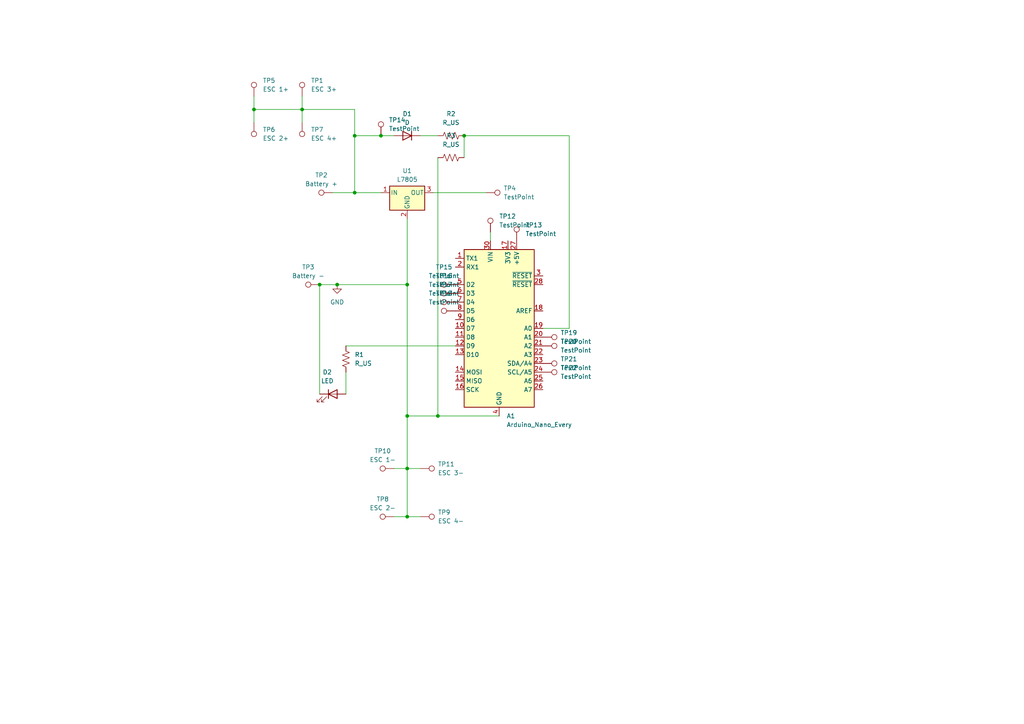
<source format=kicad_sch>
(kicad_sch
	(version 20250114)
	(generator "eeschema")
	(generator_version "9.0")
	(uuid "7c3279d3-842b-447a-90c9-b09c1a84fdd0")
	(paper "A4")
	(lib_symbols
		(symbol "Connector:TestPoint"
			(pin_numbers
				(hide yes)
			)
			(pin_names
				(offset 0.762)
				(hide yes)
			)
			(exclude_from_sim no)
			(in_bom yes)
			(on_board yes)
			(property "Reference" "TP"
				(at 0 6.858 0)
				(effects
					(font
						(size 1.27 1.27)
					)
				)
			)
			(property "Value" "TestPoint"
				(at 0 5.08 0)
				(effects
					(font
						(size 1.27 1.27)
					)
				)
			)
			(property "Footprint" ""
				(at 5.08 0 0)
				(effects
					(font
						(size 1.27 1.27)
					)
					(hide yes)
				)
			)
			(property "Datasheet" "~"
				(at 5.08 0 0)
				(effects
					(font
						(size 1.27 1.27)
					)
					(hide yes)
				)
			)
			(property "Description" "test point"
				(at 0 0 0)
				(effects
					(font
						(size 1.27 1.27)
					)
					(hide yes)
				)
			)
			(property "ki_keywords" "test point tp"
				(at 0 0 0)
				(effects
					(font
						(size 1.27 1.27)
					)
					(hide yes)
				)
			)
			(property "ki_fp_filters" "Pin* Test*"
				(at 0 0 0)
				(effects
					(font
						(size 1.27 1.27)
					)
					(hide yes)
				)
			)
			(symbol "TestPoint_0_1"
				(circle
					(center 0 3.302)
					(radius 0.762)
					(stroke
						(width 0)
						(type default)
					)
					(fill
						(type none)
					)
				)
			)
			(symbol "TestPoint_1_1"
				(pin passive line
					(at 0 0 90)
					(length 2.54)
					(name "1"
						(effects
							(font
								(size 1.27 1.27)
							)
						)
					)
					(number "1"
						(effects
							(font
								(size 1.27 1.27)
							)
						)
					)
				)
			)
			(embedded_fonts no)
		)
		(symbol "Device:D"
			(pin_numbers
				(hide yes)
			)
			(pin_names
				(offset 1.016)
				(hide yes)
			)
			(exclude_from_sim no)
			(in_bom yes)
			(on_board yes)
			(property "Reference" "D"
				(at 0 2.54 0)
				(effects
					(font
						(size 1.27 1.27)
					)
				)
			)
			(property "Value" "D"
				(at 0 -2.54 0)
				(effects
					(font
						(size 1.27 1.27)
					)
				)
			)
			(property "Footprint" ""
				(at 0 0 0)
				(effects
					(font
						(size 1.27 1.27)
					)
					(hide yes)
				)
			)
			(property "Datasheet" "~"
				(at 0 0 0)
				(effects
					(font
						(size 1.27 1.27)
					)
					(hide yes)
				)
			)
			(property "Description" "Diode"
				(at 0 0 0)
				(effects
					(font
						(size 1.27 1.27)
					)
					(hide yes)
				)
			)
			(property "Sim.Device" "D"
				(at 0 0 0)
				(effects
					(font
						(size 1.27 1.27)
					)
					(hide yes)
				)
			)
			(property "Sim.Pins" "1=K 2=A"
				(at 0 0 0)
				(effects
					(font
						(size 1.27 1.27)
					)
					(hide yes)
				)
			)
			(property "ki_keywords" "diode"
				(at 0 0 0)
				(effects
					(font
						(size 1.27 1.27)
					)
					(hide yes)
				)
			)
			(property "ki_fp_filters" "TO-???* *_Diode_* *SingleDiode* D_*"
				(at 0 0 0)
				(effects
					(font
						(size 1.27 1.27)
					)
					(hide yes)
				)
			)
			(symbol "D_0_1"
				(polyline
					(pts
						(xy -1.27 1.27) (xy -1.27 -1.27)
					)
					(stroke
						(width 0.254)
						(type default)
					)
					(fill
						(type none)
					)
				)
				(polyline
					(pts
						(xy 1.27 1.27) (xy 1.27 -1.27) (xy -1.27 0) (xy 1.27 1.27)
					)
					(stroke
						(width 0.254)
						(type default)
					)
					(fill
						(type none)
					)
				)
				(polyline
					(pts
						(xy 1.27 0) (xy -1.27 0)
					)
					(stroke
						(width 0)
						(type default)
					)
					(fill
						(type none)
					)
				)
			)
			(symbol "D_1_1"
				(pin passive line
					(at -3.81 0 0)
					(length 2.54)
					(name "K"
						(effects
							(font
								(size 1.27 1.27)
							)
						)
					)
					(number "1"
						(effects
							(font
								(size 1.27 1.27)
							)
						)
					)
				)
				(pin passive line
					(at 3.81 0 180)
					(length 2.54)
					(name "A"
						(effects
							(font
								(size 1.27 1.27)
							)
						)
					)
					(number "2"
						(effects
							(font
								(size 1.27 1.27)
							)
						)
					)
				)
			)
			(embedded_fonts no)
		)
		(symbol "Device:LED"
			(pin_numbers
				(hide yes)
			)
			(pin_names
				(offset 1.016)
				(hide yes)
			)
			(exclude_from_sim no)
			(in_bom yes)
			(on_board yes)
			(property "Reference" "D"
				(at 0 2.54 0)
				(effects
					(font
						(size 1.27 1.27)
					)
				)
			)
			(property "Value" "LED"
				(at 0 -2.54 0)
				(effects
					(font
						(size 1.27 1.27)
					)
				)
			)
			(property "Footprint" ""
				(at 0 0 0)
				(effects
					(font
						(size 1.27 1.27)
					)
					(hide yes)
				)
			)
			(property "Datasheet" "~"
				(at 0 0 0)
				(effects
					(font
						(size 1.27 1.27)
					)
					(hide yes)
				)
			)
			(property "Description" "Light emitting diode"
				(at 0 0 0)
				(effects
					(font
						(size 1.27 1.27)
					)
					(hide yes)
				)
			)
			(property "Sim.Pins" "1=K 2=A"
				(at 0 0 0)
				(effects
					(font
						(size 1.27 1.27)
					)
					(hide yes)
				)
			)
			(property "ki_keywords" "LED diode"
				(at 0 0 0)
				(effects
					(font
						(size 1.27 1.27)
					)
					(hide yes)
				)
			)
			(property "ki_fp_filters" "LED* LED_SMD:* LED_THT:*"
				(at 0 0 0)
				(effects
					(font
						(size 1.27 1.27)
					)
					(hide yes)
				)
			)
			(symbol "LED_0_1"
				(polyline
					(pts
						(xy -3.048 -0.762) (xy -4.572 -2.286) (xy -3.81 -2.286) (xy -4.572 -2.286) (xy -4.572 -1.524)
					)
					(stroke
						(width 0)
						(type default)
					)
					(fill
						(type none)
					)
				)
				(polyline
					(pts
						(xy -1.778 -0.762) (xy -3.302 -2.286) (xy -2.54 -2.286) (xy -3.302 -2.286) (xy -3.302 -1.524)
					)
					(stroke
						(width 0)
						(type default)
					)
					(fill
						(type none)
					)
				)
				(polyline
					(pts
						(xy -1.27 0) (xy 1.27 0)
					)
					(stroke
						(width 0)
						(type default)
					)
					(fill
						(type none)
					)
				)
				(polyline
					(pts
						(xy -1.27 -1.27) (xy -1.27 1.27)
					)
					(stroke
						(width 0.254)
						(type default)
					)
					(fill
						(type none)
					)
				)
				(polyline
					(pts
						(xy 1.27 -1.27) (xy 1.27 1.27) (xy -1.27 0) (xy 1.27 -1.27)
					)
					(stroke
						(width 0.254)
						(type default)
					)
					(fill
						(type none)
					)
				)
			)
			(symbol "LED_1_1"
				(pin passive line
					(at -3.81 0 0)
					(length 2.54)
					(name "K"
						(effects
							(font
								(size 1.27 1.27)
							)
						)
					)
					(number "1"
						(effects
							(font
								(size 1.27 1.27)
							)
						)
					)
				)
				(pin passive line
					(at 3.81 0 180)
					(length 2.54)
					(name "A"
						(effects
							(font
								(size 1.27 1.27)
							)
						)
					)
					(number "2"
						(effects
							(font
								(size 1.27 1.27)
							)
						)
					)
				)
			)
			(embedded_fonts no)
		)
		(symbol "Device:R_US"
			(pin_numbers
				(hide yes)
			)
			(pin_names
				(offset 0)
			)
			(exclude_from_sim no)
			(in_bom yes)
			(on_board yes)
			(property "Reference" "R"
				(at 2.54 0 90)
				(effects
					(font
						(size 1.27 1.27)
					)
				)
			)
			(property "Value" "R_US"
				(at -2.54 0 90)
				(effects
					(font
						(size 1.27 1.27)
					)
				)
			)
			(property "Footprint" ""
				(at 1.016 -0.254 90)
				(effects
					(font
						(size 1.27 1.27)
					)
					(hide yes)
				)
			)
			(property "Datasheet" "~"
				(at 0 0 0)
				(effects
					(font
						(size 1.27 1.27)
					)
					(hide yes)
				)
			)
			(property "Description" "Resistor, US symbol"
				(at 0 0 0)
				(effects
					(font
						(size 1.27 1.27)
					)
					(hide yes)
				)
			)
			(property "ki_keywords" "R res resistor"
				(at 0 0 0)
				(effects
					(font
						(size 1.27 1.27)
					)
					(hide yes)
				)
			)
			(property "ki_fp_filters" "R_*"
				(at 0 0 0)
				(effects
					(font
						(size 1.27 1.27)
					)
					(hide yes)
				)
			)
			(symbol "R_US_0_1"
				(polyline
					(pts
						(xy 0 2.286) (xy 0 2.54)
					)
					(stroke
						(width 0)
						(type default)
					)
					(fill
						(type none)
					)
				)
				(polyline
					(pts
						(xy 0 2.286) (xy 1.016 1.905) (xy 0 1.524) (xy -1.016 1.143) (xy 0 0.762)
					)
					(stroke
						(width 0)
						(type default)
					)
					(fill
						(type none)
					)
				)
				(polyline
					(pts
						(xy 0 0.762) (xy 1.016 0.381) (xy 0 0) (xy -1.016 -0.381) (xy 0 -0.762)
					)
					(stroke
						(width 0)
						(type default)
					)
					(fill
						(type none)
					)
				)
				(polyline
					(pts
						(xy 0 -0.762) (xy 1.016 -1.143) (xy 0 -1.524) (xy -1.016 -1.905) (xy 0 -2.286)
					)
					(stroke
						(width 0)
						(type default)
					)
					(fill
						(type none)
					)
				)
				(polyline
					(pts
						(xy 0 -2.286) (xy 0 -2.54)
					)
					(stroke
						(width 0)
						(type default)
					)
					(fill
						(type none)
					)
				)
			)
			(symbol "R_US_1_1"
				(pin passive line
					(at 0 3.81 270)
					(length 1.27)
					(name "~"
						(effects
							(font
								(size 1.27 1.27)
							)
						)
					)
					(number "1"
						(effects
							(font
								(size 1.27 1.27)
							)
						)
					)
				)
				(pin passive line
					(at 0 -3.81 90)
					(length 1.27)
					(name "~"
						(effects
							(font
								(size 1.27 1.27)
							)
						)
					)
					(number "2"
						(effects
							(font
								(size 1.27 1.27)
							)
						)
					)
				)
			)
			(embedded_fonts no)
		)
		(symbol "MCU_Module:Arduino_Nano_Every"
			(exclude_from_sim no)
			(in_bom yes)
			(on_board yes)
			(property "Reference" "A"
				(at -10.16 23.495 0)
				(effects
					(font
						(size 1.27 1.27)
					)
					(justify left bottom)
				)
			)
			(property "Value" "Arduino_Nano_Every"
				(at 5.08 -24.13 0)
				(effects
					(font
						(size 1.27 1.27)
					)
					(justify left top)
				)
			)
			(property "Footprint" "Module:Arduino_Nano"
				(at 0 0 0)
				(effects
					(font
						(size 1.27 1.27)
						(italic yes)
					)
					(hide yes)
				)
			)
			(property "Datasheet" "https://content.arduino.cc/assets/NANOEveryV3.0_sch.pdf"
				(at 0 0 0)
				(effects
					(font
						(size 1.27 1.27)
					)
					(hide yes)
				)
			)
			(property "Description" "Arduino Nano Every"
				(at 0 0 0)
				(effects
					(font
						(size 1.27 1.27)
					)
					(hide yes)
				)
			)
			(property "ki_keywords" "Arduino nano microcontroller module USB UPDI AATMega4809 AVR"
				(at 0 0 0)
				(effects
					(font
						(size 1.27 1.27)
					)
					(hide yes)
				)
			)
			(property "ki_fp_filters" "Arduino*Nano*"
				(at 0 0 0)
				(effects
					(font
						(size 1.27 1.27)
					)
					(hide yes)
				)
			)
			(symbol "Arduino_Nano_Every_0_1"
				(rectangle
					(start -10.16 22.86)
					(end 10.16 -22.86)
					(stroke
						(width 0.254)
						(type default)
					)
					(fill
						(type background)
					)
				)
			)
			(symbol "Arduino_Nano_Every_1_1"
				(pin bidirectional line
					(at -12.7 20.32 0)
					(length 2.54)
					(name "TX1"
						(effects
							(font
								(size 1.27 1.27)
							)
						)
					)
					(number "1"
						(effects
							(font
								(size 1.27 1.27)
							)
						)
					)
				)
				(pin bidirectional line
					(at -12.7 17.78 0)
					(length 2.54)
					(name "RX1"
						(effects
							(font
								(size 1.27 1.27)
							)
						)
					)
					(number "2"
						(effects
							(font
								(size 1.27 1.27)
							)
						)
					)
				)
				(pin bidirectional line
					(at -12.7 12.7 0)
					(length 2.54)
					(name "D2"
						(effects
							(font
								(size 1.27 1.27)
							)
						)
					)
					(number "5"
						(effects
							(font
								(size 1.27 1.27)
							)
						)
					)
				)
				(pin bidirectional line
					(at -12.7 10.16 0)
					(length 2.54)
					(name "D3"
						(effects
							(font
								(size 1.27 1.27)
							)
						)
					)
					(number "6"
						(effects
							(font
								(size 1.27 1.27)
							)
						)
					)
				)
				(pin bidirectional line
					(at -12.7 7.62 0)
					(length 2.54)
					(name "D4"
						(effects
							(font
								(size 1.27 1.27)
							)
						)
					)
					(number "7"
						(effects
							(font
								(size 1.27 1.27)
							)
						)
					)
				)
				(pin bidirectional line
					(at -12.7 5.08 0)
					(length 2.54)
					(name "D5"
						(effects
							(font
								(size 1.27 1.27)
							)
						)
					)
					(number "8"
						(effects
							(font
								(size 1.27 1.27)
							)
						)
					)
				)
				(pin bidirectional line
					(at -12.7 2.54 0)
					(length 2.54)
					(name "D6"
						(effects
							(font
								(size 1.27 1.27)
							)
						)
					)
					(number "9"
						(effects
							(font
								(size 1.27 1.27)
							)
						)
					)
				)
				(pin bidirectional line
					(at -12.7 0 0)
					(length 2.54)
					(name "D7"
						(effects
							(font
								(size 1.27 1.27)
							)
						)
					)
					(number "10"
						(effects
							(font
								(size 1.27 1.27)
							)
						)
					)
				)
				(pin bidirectional line
					(at -12.7 -2.54 0)
					(length 2.54)
					(name "D8"
						(effects
							(font
								(size 1.27 1.27)
							)
						)
					)
					(number "11"
						(effects
							(font
								(size 1.27 1.27)
							)
						)
					)
				)
				(pin bidirectional line
					(at -12.7 -5.08 0)
					(length 2.54)
					(name "D9"
						(effects
							(font
								(size 1.27 1.27)
							)
						)
					)
					(number "12"
						(effects
							(font
								(size 1.27 1.27)
							)
						)
					)
				)
				(pin bidirectional line
					(at -12.7 -7.62 0)
					(length 2.54)
					(name "D10"
						(effects
							(font
								(size 1.27 1.27)
							)
						)
					)
					(number "13"
						(effects
							(font
								(size 1.27 1.27)
							)
						)
					)
				)
				(pin bidirectional line
					(at -12.7 -12.7 0)
					(length 2.54)
					(name "MOSI"
						(effects
							(font
								(size 1.27 1.27)
							)
						)
					)
					(number "14"
						(effects
							(font
								(size 1.27 1.27)
							)
						)
					)
				)
				(pin bidirectional line
					(at -12.7 -15.24 0)
					(length 2.54)
					(name "MISO"
						(effects
							(font
								(size 1.27 1.27)
							)
						)
					)
					(number "15"
						(effects
							(font
								(size 1.27 1.27)
							)
						)
					)
				)
				(pin bidirectional line
					(at -12.7 -17.78 0)
					(length 2.54)
					(name "SCK"
						(effects
							(font
								(size 1.27 1.27)
							)
						)
					)
					(number "16"
						(effects
							(font
								(size 1.27 1.27)
							)
						)
					)
				)
				(pin power_in line
					(at -2.54 25.4 270)
					(length 2.54)
					(name "VIN"
						(effects
							(font
								(size 1.27 1.27)
							)
						)
					)
					(number "30"
						(effects
							(font
								(size 1.27 1.27)
							)
						)
					)
				)
				(pin passive line
					(at 0 -25.4 90)
					(length 2.54)
					(hide yes)
					(name "GND"
						(effects
							(font
								(size 1.27 1.27)
							)
						)
					)
					(number "29"
						(effects
							(font
								(size 1.27 1.27)
							)
						)
					)
				)
				(pin power_in line
					(at 0 -25.4 90)
					(length 2.54)
					(name "GND"
						(effects
							(font
								(size 1.27 1.27)
							)
						)
					)
					(number "4"
						(effects
							(font
								(size 1.27 1.27)
							)
						)
					)
				)
				(pin power_out line
					(at 2.54 25.4 270)
					(length 2.54)
					(name "3V3"
						(effects
							(font
								(size 1.27 1.27)
							)
						)
					)
					(number "17"
						(effects
							(font
								(size 1.27 1.27)
							)
						)
					)
				)
				(pin power_out line
					(at 5.08 25.4 270)
					(length 2.54)
					(name "+5V"
						(effects
							(font
								(size 1.27 1.27)
							)
						)
					)
					(number "27"
						(effects
							(font
								(size 1.27 1.27)
							)
						)
					)
				)
				(pin input line
					(at 12.7 15.24 180)
					(length 2.54)
					(name "~{RESET}"
						(effects
							(font
								(size 1.27 1.27)
							)
						)
					)
					(number "3"
						(effects
							(font
								(size 1.27 1.27)
							)
						)
					)
				)
				(pin input line
					(at 12.7 12.7 180)
					(length 2.54)
					(name "~{RESET}"
						(effects
							(font
								(size 1.27 1.27)
							)
						)
					)
					(number "28"
						(effects
							(font
								(size 1.27 1.27)
							)
						)
					)
				)
				(pin input line
					(at 12.7 5.08 180)
					(length 2.54)
					(name "AREF"
						(effects
							(font
								(size 1.27 1.27)
							)
						)
					)
					(number "18"
						(effects
							(font
								(size 1.27 1.27)
							)
						)
					)
				)
				(pin bidirectional line
					(at 12.7 0 180)
					(length 2.54)
					(name "A0"
						(effects
							(font
								(size 1.27 1.27)
							)
						)
					)
					(number "19"
						(effects
							(font
								(size 1.27 1.27)
							)
						)
					)
				)
				(pin bidirectional line
					(at 12.7 -2.54 180)
					(length 2.54)
					(name "A1"
						(effects
							(font
								(size 1.27 1.27)
							)
						)
					)
					(number "20"
						(effects
							(font
								(size 1.27 1.27)
							)
						)
					)
				)
				(pin bidirectional line
					(at 12.7 -5.08 180)
					(length 2.54)
					(name "A2"
						(effects
							(font
								(size 1.27 1.27)
							)
						)
					)
					(number "21"
						(effects
							(font
								(size 1.27 1.27)
							)
						)
					)
				)
				(pin bidirectional line
					(at 12.7 -7.62 180)
					(length 2.54)
					(name "A3"
						(effects
							(font
								(size 1.27 1.27)
							)
						)
					)
					(number "22"
						(effects
							(font
								(size 1.27 1.27)
							)
						)
					)
				)
				(pin bidirectional line
					(at 12.7 -10.16 180)
					(length 2.54)
					(name "SDA/A4"
						(effects
							(font
								(size 1.27 1.27)
							)
						)
					)
					(number "23"
						(effects
							(font
								(size 1.27 1.27)
							)
						)
					)
				)
				(pin bidirectional line
					(at 12.7 -12.7 180)
					(length 2.54)
					(name "SCL/A5"
						(effects
							(font
								(size 1.27 1.27)
							)
						)
					)
					(number "24"
						(effects
							(font
								(size 1.27 1.27)
							)
						)
					)
				)
				(pin bidirectional line
					(at 12.7 -15.24 180)
					(length 2.54)
					(name "A6"
						(effects
							(font
								(size 1.27 1.27)
							)
						)
					)
					(number "25"
						(effects
							(font
								(size 1.27 1.27)
							)
						)
					)
				)
				(pin bidirectional line
					(at 12.7 -17.78 180)
					(length 2.54)
					(name "A7"
						(effects
							(font
								(size 1.27 1.27)
							)
						)
					)
					(number "26"
						(effects
							(font
								(size 1.27 1.27)
							)
						)
					)
				)
			)
			(embedded_fonts no)
		)
		(symbol "Regulator_Linear:L7805"
			(pin_names
				(offset 0.254)
			)
			(exclude_from_sim no)
			(in_bom yes)
			(on_board yes)
			(property "Reference" "U"
				(at -3.81 3.175 0)
				(effects
					(font
						(size 1.27 1.27)
					)
				)
			)
			(property "Value" "L7805"
				(at 0 3.175 0)
				(effects
					(font
						(size 1.27 1.27)
					)
					(justify left)
				)
			)
			(property "Footprint" ""
				(at 0.635 -3.81 0)
				(effects
					(font
						(size 1.27 1.27)
						(italic yes)
					)
					(justify left)
					(hide yes)
				)
			)
			(property "Datasheet" "http://www.st.com/content/ccc/resource/technical/document/datasheet/41/4f/b3/b0/12/d4/47/88/CD00000444.pdf/files/CD00000444.pdf/jcr:content/translations/en.CD00000444.pdf"
				(at 0 -1.27 0)
				(effects
					(font
						(size 1.27 1.27)
					)
					(hide yes)
				)
			)
			(property "Description" "Positive 1.5A 35V Linear Regulator, Fixed Output 5V, TO-220/TO-263/TO-252"
				(at 0 0 0)
				(effects
					(font
						(size 1.27 1.27)
					)
					(hide yes)
				)
			)
			(property "ki_keywords" "Voltage Regulator 1.5A Positive"
				(at 0 0 0)
				(effects
					(font
						(size 1.27 1.27)
					)
					(hide yes)
				)
			)
			(property "ki_fp_filters" "TO?252* TO?263* TO?220*"
				(at 0 0 0)
				(effects
					(font
						(size 1.27 1.27)
					)
					(hide yes)
				)
			)
			(symbol "L7805_0_1"
				(rectangle
					(start -5.08 1.905)
					(end 5.08 -5.08)
					(stroke
						(width 0.254)
						(type default)
					)
					(fill
						(type background)
					)
				)
			)
			(symbol "L7805_1_1"
				(pin power_in line
					(at -7.62 0 0)
					(length 2.54)
					(name "IN"
						(effects
							(font
								(size 1.27 1.27)
							)
						)
					)
					(number "1"
						(effects
							(font
								(size 1.27 1.27)
							)
						)
					)
				)
				(pin power_in line
					(at 0 -7.62 90)
					(length 2.54)
					(name "GND"
						(effects
							(font
								(size 1.27 1.27)
							)
						)
					)
					(number "2"
						(effects
							(font
								(size 1.27 1.27)
							)
						)
					)
				)
				(pin power_out line
					(at 7.62 0 180)
					(length 2.54)
					(name "OUT"
						(effects
							(font
								(size 1.27 1.27)
							)
						)
					)
					(number "3"
						(effects
							(font
								(size 1.27 1.27)
							)
						)
					)
				)
			)
			(embedded_fonts no)
		)
		(symbol "power:GND"
			(power)
			(pin_numbers
				(hide yes)
			)
			(pin_names
				(offset 0)
				(hide yes)
			)
			(exclude_from_sim no)
			(in_bom yes)
			(on_board yes)
			(property "Reference" "#PWR"
				(at 0 -6.35 0)
				(effects
					(font
						(size 1.27 1.27)
					)
					(hide yes)
				)
			)
			(property "Value" "GND"
				(at 0 -3.81 0)
				(effects
					(font
						(size 1.27 1.27)
					)
				)
			)
			(property "Footprint" ""
				(at 0 0 0)
				(effects
					(font
						(size 1.27 1.27)
					)
					(hide yes)
				)
			)
			(property "Datasheet" ""
				(at 0 0 0)
				(effects
					(font
						(size 1.27 1.27)
					)
					(hide yes)
				)
			)
			(property "Description" "Power symbol creates a global label with name \"GND\" , ground"
				(at 0 0 0)
				(effects
					(font
						(size 1.27 1.27)
					)
					(hide yes)
				)
			)
			(property "ki_keywords" "global power"
				(at 0 0 0)
				(effects
					(font
						(size 1.27 1.27)
					)
					(hide yes)
				)
			)
			(symbol "GND_0_1"
				(polyline
					(pts
						(xy 0 0) (xy 0 -1.27) (xy 1.27 -1.27) (xy 0 -2.54) (xy -1.27 -1.27) (xy 0 -1.27)
					)
					(stroke
						(width 0)
						(type default)
					)
					(fill
						(type none)
					)
				)
			)
			(symbol "GND_1_1"
				(pin power_in line
					(at 0 0 270)
					(length 0)
					(name "~"
						(effects
							(font
								(size 1.27 1.27)
							)
						)
					)
					(number "1"
						(effects
							(font
								(size 1.27 1.27)
							)
						)
					)
				)
			)
			(embedded_fonts no)
		)
	)
	(junction
		(at 118.11 135.89)
		(diameter 0)
		(color 0 0 0 0)
		(uuid "12f4ae31-a5a9-4fbb-9741-77e448aa9e8f")
	)
	(junction
		(at 118.11 120.65)
		(diameter 0)
		(color 0 0 0 0)
		(uuid "265ab02a-c4d5-4e2f-ae09-a91e95aa37e8")
	)
	(junction
		(at 87.63 31.75)
		(diameter 0)
		(color 0 0 0 0)
		(uuid "3bcdb567-4544-423c-b50f-8ccad17af46b")
	)
	(junction
		(at 73.66 31.75)
		(diameter 0)
		(color 0 0 0 0)
		(uuid "5ed39262-4272-42c9-89f1-cbdfe620560e")
	)
	(junction
		(at 134.62 39.37)
		(diameter 0)
		(color 0 0 0 0)
		(uuid "5f3bbd53-5ee9-4349-bcb6-d84389f86c6c")
	)
	(junction
		(at 118.11 82.55)
		(diameter 0)
		(color 0 0 0 0)
		(uuid "97ed3541-34f9-4cd9-a0b5-f62d28908795")
	)
	(junction
		(at 92.71 82.55)
		(diameter 0)
		(color 0 0 0 0)
		(uuid "a2478a0d-5c01-464e-9d78-da38b8bf2fb0")
	)
	(junction
		(at 102.87 55.88)
		(diameter 0)
		(color 0 0 0 0)
		(uuid "bca16f36-d316-4632-aa20-17fbb52d8e98")
	)
	(junction
		(at 110.49 39.37)
		(diameter 0)
		(color 0 0 0 0)
		(uuid "d8e567c7-9525-44e9-b382-969e9c09c61a")
	)
	(junction
		(at 127 120.65)
		(diameter 0)
		(color 0 0 0 0)
		(uuid "d92f40b9-ee33-4d5b-9523-2e00cfa45ac7")
	)
	(junction
		(at 97.79 82.55)
		(diameter 0)
		(color 0 0 0 0)
		(uuid "d93a09cf-6732-4238-8c29-31017c62af58")
	)
	(junction
		(at 102.87 39.37)
		(diameter 0)
		(color 0 0 0 0)
		(uuid "dda8bb6e-4ae4-426e-9466-ad8a34e1b801")
	)
	(junction
		(at 118.11 149.86)
		(diameter 0)
		(color 0 0 0 0)
		(uuid "f6455199-ee79-4782-b150-d61da2d21d7b")
	)
	(wire
		(pts
			(xy 92.71 82.55) (xy 92.71 114.3)
		)
		(stroke
			(width 0)
			(type default)
		)
		(uuid "06700b4f-98a6-4679-8cdf-c8602adc4dd0")
	)
	(wire
		(pts
			(xy 121.92 149.86) (xy 118.11 149.86)
		)
		(stroke
			(width 0)
			(type default)
		)
		(uuid "0dbe1960-e0ea-4b16-8136-0f067eef6717")
	)
	(wire
		(pts
			(xy 114.3 135.89) (xy 118.11 135.89)
		)
		(stroke
			(width 0)
			(type default)
		)
		(uuid "0fb86bbe-92ce-41e5-a821-cb7677e4dc17")
	)
	(wire
		(pts
			(xy 102.87 39.37) (xy 102.87 55.88)
		)
		(stroke
			(width 0)
			(type default)
		)
		(uuid "115b15ca-1256-4d84-abed-7e0b882d3325")
	)
	(wire
		(pts
			(xy 87.63 31.75) (xy 102.87 31.75)
		)
		(stroke
			(width 0)
			(type default)
		)
		(uuid "262d8c52-c9f9-49e4-8f75-7dfdcf227b4f")
	)
	(wire
		(pts
			(xy 118.11 82.55) (xy 118.11 120.65)
		)
		(stroke
			(width 0)
			(type default)
		)
		(uuid "2b1957b8-4719-4a65-8317-2a214d775b08")
	)
	(wire
		(pts
			(xy 114.3 39.37) (xy 110.49 39.37)
		)
		(stroke
			(width 0)
			(type default)
		)
		(uuid "3fff233e-d555-4e06-b4a3-a798f03bf127")
	)
	(wire
		(pts
			(xy 134.62 39.37) (xy 165.1 39.37)
		)
		(stroke
			(width 0)
			(type default)
		)
		(uuid "413b2019-701f-4abc-bc60-b712e1d8700f")
	)
	(wire
		(pts
			(xy 118.11 63.5) (xy 118.11 82.55)
		)
		(stroke
			(width 0)
			(type default)
		)
		(uuid "468e4b32-f68b-408b-8758-caedce02ed09")
	)
	(wire
		(pts
			(xy 121.92 135.89) (xy 118.11 135.89)
		)
		(stroke
			(width 0)
			(type default)
		)
		(uuid "64ef83d1-5a32-43dc-9045-25f8b4a48440")
	)
	(wire
		(pts
			(xy 87.63 35.56) (xy 87.63 31.75)
		)
		(stroke
			(width 0)
			(type default)
		)
		(uuid "6bb1f393-de61-4b27-b3fc-227f8b229fca")
	)
	(wire
		(pts
			(xy 110.49 39.37) (xy 102.87 39.37)
		)
		(stroke
			(width 0)
			(type default)
		)
		(uuid "728f23d1-4682-44dd-8fbe-784af13e8168")
	)
	(wire
		(pts
			(xy 118.11 120.65) (xy 127 120.65)
		)
		(stroke
			(width 0)
			(type default)
		)
		(uuid "7759f35d-5bd4-46d9-9cc7-da688d49dbfa")
	)
	(wire
		(pts
			(xy 125.73 55.88) (xy 140.97 55.88)
		)
		(stroke
			(width 0)
			(type default)
		)
		(uuid "857efdb4-213a-46de-9c44-4070c05b767e")
	)
	(wire
		(pts
			(xy 102.87 55.88) (xy 110.49 55.88)
		)
		(stroke
			(width 0)
			(type default)
		)
		(uuid "86135159-8397-4814-8ae0-f4eb246e5069")
	)
	(wire
		(pts
			(xy 73.66 35.56) (xy 73.66 31.75)
		)
		(stroke
			(width 0)
			(type default)
		)
		(uuid "8643f1ea-402a-423c-bee7-a448bffc11ab")
	)
	(wire
		(pts
			(xy 96.52 55.88) (xy 102.87 55.88)
		)
		(stroke
			(width 0)
			(type default)
		)
		(uuid "8da21cd3-7a34-4d99-a292-553f2d4c8e6a")
	)
	(wire
		(pts
			(xy 127 120.65) (xy 144.78 120.65)
		)
		(stroke
			(width 0)
			(type default)
		)
		(uuid "9aea7892-016b-466c-9db3-76207d620bde")
	)
	(wire
		(pts
			(xy 165.1 95.25) (xy 157.48 95.25)
		)
		(stroke
			(width 0)
			(type default)
		)
		(uuid "a651b688-5e32-415a-8eff-2f35ba018d72")
	)
	(wire
		(pts
			(xy 114.3 149.86) (xy 118.11 149.86)
		)
		(stroke
			(width 0)
			(type default)
		)
		(uuid "a6c43bca-14ff-4a58-83ad-59c3ac550138")
	)
	(wire
		(pts
			(xy 118.11 149.86) (xy 118.11 135.89)
		)
		(stroke
			(width 0)
			(type default)
		)
		(uuid "a99808e2-a9ff-4e03-91be-00f4de242841")
	)
	(wire
		(pts
			(xy 134.62 39.37) (xy 134.62 45.72)
		)
		(stroke
			(width 0)
			(type default)
		)
		(uuid "aa23b2ab-1550-4b37-b1a1-ed6586f02539")
	)
	(wire
		(pts
			(xy 100.33 107.95) (xy 100.33 114.3)
		)
		(stroke
			(width 0)
			(type default)
		)
		(uuid "b5edbec0-95e8-491e-9e86-01510f056c89")
	)
	(wire
		(pts
			(xy 73.66 31.75) (xy 87.63 31.75)
		)
		(stroke
			(width 0)
			(type default)
		)
		(uuid "bebf314b-3c7b-4547-bd02-017d96d093e0")
	)
	(wire
		(pts
			(xy 92.71 82.55) (xy 97.79 82.55)
		)
		(stroke
			(width 0)
			(type default)
		)
		(uuid "c1b51bfa-c80d-45e5-b08b-2d59ae19501a")
	)
	(wire
		(pts
			(xy 100.33 100.33) (xy 132.08 100.33)
		)
		(stroke
			(width 0)
			(type default)
		)
		(uuid "c72f3938-da7f-4eb6-907a-dec23cdb022b")
	)
	(wire
		(pts
			(xy 87.63 27.94) (xy 87.63 31.75)
		)
		(stroke
			(width 0)
			(type default)
		)
		(uuid "d2465f2b-e3e0-449a-a4f2-44e8262a19a7")
	)
	(wire
		(pts
			(xy 73.66 27.94) (xy 73.66 31.75)
		)
		(stroke
			(width 0)
			(type default)
		)
		(uuid "d423d0c7-38e0-43de-8ee1-302feaf5005d")
	)
	(wire
		(pts
			(xy 142.24 69.85) (xy 142.24 67.31)
		)
		(stroke
			(width 0)
			(type default)
		)
		(uuid "de5ae0e8-6f3e-480f-a4d8-a5aedac9dae1")
	)
	(wire
		(pts
			(xy 127 45.72) (xy 127 120.65)
		)
		(stroke
			(width 0)
			(type default)
		)
		(uuid "e3ee2981-2156-451f-9044-3e696105c40e")
	)
	(wire
		(pts
			(xy 118.11 135.89) (xy 118.11 120.65)
		)
		(stroke
			(width 0)
			(type default)
		)
		(uuid "ecf0881c-bbac-428a-8496-fd7d9eabddf3")
	)
	(wire
		(pts
			(xy 127 39.37) (xy 121.92 39.37)
		)
		(stroke
			(width 0)
			(type default)
		)
		(uuid "edbbeec6-6b59-4251-95cc-afc74b95e7bd")
	)
	(wire
		(pts
			(xy 165.1 39.37) (xy 165.1 95.25)
		)
		(stroke
			(width 0)
			(type default)
		)
		(uuid "f046f0af-bedd-4f11-9cef-165193cfe35e")
	)
	(wire
		(pts
			(xy 102.87 31.75) (xy 102.87 39.37)
		)
		(stroke
			(width 0)
			(type default)
		)
		(uuid "f149e4db-9255-431f-8019-a07acfb6cafd")
	)
	(wire
		(pts
			(xy 97.79 82.55) (xy 118.11 82.55)
		)
		(stroke
			(width 0)
			(type default)
		)
		(uuid "ff20f962-5015-44cc-a756-0cc126f83aad")
	)
	(symbol
		(lib_id "Connector:TestPoint")
		(at 157.48 107.95 270)
		(unit 1)
		(exclude_from_sim no)
		(in_bom yes)
		(on_board yes)
		(dnp no)
		(fields_autoplaced yes)
		(uuid "0b212d81-0d91-4f0e-9e4c-a90d110fe65e")
		(property "Reference" "TP22"
			(at 162.56 106.6799 90)
			(effects
				(font
					(size 1.27 1.27)
				)
				(justify left)
			)
		)
		(property "Value" "TestPoint"
			(at 162.56 109.2199 90)
			(effects
				(font
					(size 1.27 1.27)
				)
				(justify left)
			)
		)
		(property "Footprint" "Connector_PinHeader_2.54mm:PinHeader_1x01_P2.54mm_Vertical"
			(at 157.48 113.03 0)
			(effects
				(font
					(size 1.27 1.27)
				)
				(hide yes)
			)
		)
		(property "Datasheet" "~"
			(at 157.48 113.03 0)
			(effects
				(font
					(size 1.27 1.27)
				)
				(hide yes)
			)
		)
		(property "Description" "test point"
			(at 157.48 107.95 0)
			(effects
				(font
					(size 1.27 1.27)
				)
				(hide yes)
			)
		)
		(pin "1"
			(uuid "fce68427-8450-4a29-ad38-b42cdb355ebe")
		)
		(instances
			(project "PDB434"
				(path "/7c3279d3-842b-447a-90c9-b09c1a84fdd0"
					(reference "TP22")
					(unit 1)
				)
			)
		)
	)
	(symbol
		(lib_id "MCU_Module:Arduino_Nano_Every")
		(at 144.78 95.25 0)
		(unit 1)
		(exclude_from_sim no)
		(in_bom yes)
		(on_board yes)
		(dnp no)
		(fields_autoplaced yes)
		(uuid "117c104e-e3a4-4067-b385-d0daf1c38786")
		(property "Reference" "A1"
			(at 146.9233 120.65 0)
			(effects
				(font
					(size 1.27 1.27)
				)
				(justify left)
			)
		)
		(property "Value" "Arduino_Nano_Every"
			(at 146.9233 123.19 0)
			(effects
				(font
					(size 1.27 1.27)
				)
				(justify left)
			)
		)
		(property "Footprint" "Module:Arduino_Nano"
			(at 144.78 95.25 0)
			(effects
				(font
					(size 1.27 1.27)
					(italic yes)
				)
				(hide yes)
			)
		)
		(property "Datasheet" "https://content.arduino.cc/assets/NANOEveryV3.0_sch.pdf"
			(at 144.78 95.25 0)
			(effects
				(font
					(size 1.27 1.27)
				)
				(hide yes)
			)
		)
		(property "Description" "Arduino Nano Every"
			(at 144.78 95.25 0)
			(effects
				(font
					(size 1.27 1.27)
				)
				(hide yes)
			)
		)
		(pin "21"
			(uuid "92bf6d98-4a37-4a46-a86c-7e517b03c15e")
		)
		(pin "12"
			(uuid "bbb182de-ad0c-4901-9e51-e20864cf0a93")
		)
		(pin "1"
			(uuid "706655dc-ffec-459e-85cf-807397262cc5")
		)
		(pin "13"
			(uuid "9b7f8b8b-43a0-499c-91b8-7cddb6ac7642")
		)
		(pin "4"
			(uuid "0c453747-c64f-44c5-a157-5d5042819efa")
		)
		(pin "27"
			(uuid "59ab5a31-2025-4871-a820-c5af3c92b81b")
		)
		(pin "6"
			(uuid "24eab112-5d83-40fb-8a59-a00bf46da981")
		)
		(pin "10"
			(uuid "18a71366-6c21-448f-85ce-467481754117")
		)
		(pin "5"
			(uuid "5e84889d-7365-4c8b-aec9-818045fa160c")
		)
		(pin "8"
			(uuid "9be4ec28-0786-43d8-8571-d5e45798ea64")
		)
		(pin "14"
			(uuid "a9d25d06-c838-4ee7-9e92-68a4a4784a47")
		)
		(pin "15"
			(uuid "fc0f66df-a582-4cce-b97d-883231cfb625")
		)
		(pin "11"
			(uuid "d088ef2b-de71-4ea3-9f37-d68f0efe993f")
		)
		(pin "30"
			(uuid "010faf3b-c94e-45e9-8321-14381bbbc5bc")
		)
		(pin "29"
			(uuid "ed2747ba-9461-4c86-9905-65364d1ff249")
		)
		(pin "2"
			(uuid "149e27ba-70d5-4e61-a85d-5b136e46a93b")
		)
		(pin "28"
			(uuid "1fbb9954-c885-4852-bf08-7324f66ed155")
		)
		(pin "7"
			(uuid "6e431bc3-769d-4927-b834-cba9d0371ea9")
		)
		(pin "17"
			(uuid "979f34fa-d782-40b6-8a9c-1677b8f0f658")
		)
		(pin "18"
			(uuid "59d05d7a-7dd6-4de8-a170-22196f76a4ce")
		)
		(pin "19"
			(uuid "aff542a9-6616-4795-9d94-353efcccd36c")
		)
		(pin "9"
			(uuid "0049cd1e-cdde-4676-a1a8-01fd29418713")
		)
		(pin "16"
			(uuid "da756625-3597-41cf-a7de-bf54a43e54c8")
		)
		(pin "3"
			(uuid "640300f4-eeff-40fe-8d50-8bfa78980f2d")
		)
		(pin "20"
			(uuid "dbba43bd-d57b-46e1-959f-e68bdf4d6f14")
		)
		(pin "22"
			(uuid "f83b4cef-c6cc-471d-8464-2a5cf71510c1")
		)
		(pin "23"
			(uuid "28c1f0d7-eed4-4bce-a78a-eea338b2b74a")
		)
		(pin "25"
			(uuid "4aa75d4d-5e21-47c6-ba76-0beda2c693ba")
		)
		(pin "26"
			(uuid "ce9de800-49bc-4176-8adf-2cadbca551e7")
		)
		(pin "24"
			(uuid "aefb1e43-854e-42d6-a468-e85a523ce567")
		)
		(instances
			(project ""
				(path "/7c3279d3-842b-447a-90c9-b09c1a84fdd0"
					(reference "A1")
					(unit 1)
				)
			)
		)
	)
	(symbol
		(lib_id "Device:D")
		(at 118.11 39.37 180)
		(unit 1)
		(exclude_from_sim no)
		(in_bom yes)
		(on_board yes)
		(dnp no)
		(fields_autoplaced yes)
		(uuid "1598fec9-39da-432a-9a94-84190b623a8e")
		(property "Reference" "D1"
			(at 118.11 33.02 0)
			(effects
				(font
					(size 1.27 1.27)
				)
			)
		)
		(property "Value" "D"
			(at 118.11 35.56 0)
			(effects
				(font
					(size 1.27 1.27)
				)
			)
		)
		(property "Footprint" "Diode_THT:D_5W_P12.70mm_Horizontal"
			(at 118.11 39.37 0)
			(effects
				(font
					(size 1.27 1.27)
				)
				(hide yes)
			)
		)
		(property "Datasheet" "~"
			(at 118.11 39.37 0)
			(effects
				(font
					(size 1.27 1.27)
				)
				(hide yes)
			)
		)
		(property "Description" "Diode"
			(at 118.11 39.37 0)
			(effects
				(font
					(size 1.27 1.27)
				)
				(hide yes)
			)
		)
		(property "Sim.Device" "D"
			(at 118.11 39.37 0)
			(effects
				(font
					(size 1.27 1.27)
				)
				(hide yes)
			)
		)
		(property "Sim.Pins" "1=K 2=A"
			(at 118.11 39.37 0)
			(effects
				(font
					(size 1.27 1.27)
				)
				(hide yes)
			)
		)
		(pin "2"
			(uuid "9e2c877c-238a-4768-a1f7-631805f7b9aa")
		)
		(pin "1"
			(uuid "65351ced-8857-4a58-abab-ec06ef97e301")
		)
		(instances
			(project ""
				(path "/7c3279d3-842b-447a-90c9-b09c1a84fdd0"
					(reference "D1")
					(unit 1)
				)
			)
		)
	)
	(symbol
		(lib_id "Connector:TestPoint")
		(at 132.08 90.17 90)
		(unit 1)
		(exclude_from_sim no)
		(in_bom yes)
		(on_board yes)
		(dnp no)
		(fields_autoplaced yes)
		(uuid "16f8a600-df4e-40b1-85e5-88665fadfa89")
		(property "Reference" "TP18"
			(at 128.778 85.09 90)
			(effects
				(font
					(size 1.27 1.27)
				)
			)
		)
		(property "Value" "TestPoint"
			(at 128.778 87.63 90)
			(effects
				(font
					(size 1.27 1.27)
				)
			)
		)
		(property "Footprint" "Connector_PinHeader_2.54mm:PinHeader_1x01_P2.54mm_Vertical"
			(at 132.08 85.09 0)
			(effects
				(font
					(size 1.27 1.27)
				)
				(hide yes)
			)
		)
		(property "Datasheet" "~"
			(at 132.08 85.09 0)
			(effects
				(font
					(size 1.27 1.27)
				)
				(hide yes)
			)
		)
		(property "Description" "test point"
			(at 132.08 90.17 0)
			(effects
				(font
					(size 1.27 1.27)
				)
				(hide yes)
			)
		)
		(pin "1"
			(uuid "0949a15e-08f3-468b-bb2c-a31336b57623")
		)
		(instances
			(project "PDB434"
				(path "/7c3279d3-842b-447a-90c9-b09c1a84fdd0"
					(reference "TP18")
					(unit 1)
				)
			)
		)
	)
	(symbol
		(lib_id "Connector:TestPoint")
		(at 110.49 39.37 0)
		(unit 1)
		(exclude_from_sim no)
		(in_bom yes)
		(on_board yes)
		(dnp no)
		(fields_autoplaced yes)
		(uuid "1a6b8c3a-3a27-4dad-b1b9-0cad52929a65")
		(property "Reference" "TP14"
			(at 112.774 34.7979 0)
			(effects
				(font
					(size 1.27 1.27)
				)
				(justify left)
			)
		)
		(property "Value" "TestPoint"
			(at 112.774 37.3379 0)
			(effects
				(font
					(size 1.27 1.27)
				)
				(justify left)
			)
		)
		(property "Footprint" "Connector_PinHeader_2.54mm:PinHeader_1x01_P2.54mm_Vertical"
			(at 115.57 39.37 0)
			(effects
				(font
					(size 1.27 1.27)
				)
				(hide yes)
			)
		)
		(property "Datasheet" "~"
			(at 115.57 39.37 0)
			(effects
				(font
					(size 1.27 1.27)
				)
				(hide yes)
			)
		)
		(property "Description" "test point"
			(at 110.49 39.37 0)
			(effects
				(font
					(size 1.27 1.27)
				)
				(hide yes)
			)
		)
		(pin "1"
			(uuid "e419ac13-062b-400d-ac3b-b9db103309db")
		)
		(instances
			(project "PDB434"
				(path "/7c3279d3-842b-447a-90c9-b09c1a84fdd0"
					(reference "TP14")
					(unit 1)
				)
			)
		)
	)
	(symbol
		(lib_id "Connector:TestPoint")
		(at 121.92 149.86 270)
		(unit 1)
		(exclude_from_sim no)
		(in_bom yes)
		(on_board yes)
		(dnp no)
		(fields_autoplaced yes)
		(uuid "1af84a2d-429b-4c27-ac61-ea9ee9720827")
		(property "Reference" "TP9"
			(at 127 148.5899 90)
			(effects
				(font
					(size 1.27 1.27)
				)
				(justify left)
			)
		)
		(property "Value" "ESC 4-"
			(at 127 151.1299 90)
			(effects
				(font
					(size 1.27 1.27)
				)
				(justify left)
			)
		)
		(property "Footprint" "Connector_Wire:SolderWire-2.5sqmm_1x01_D2.4mm_OD4.4mm"
			(at 121.92 154.94 0)
			(effects
				(font
					(size 1.27 1.27)
				)
				(hide yes)
			)
		)
		(property "Datasheet" "~"
			(at 121.92 154.94 0)
			(effects
				(font
					(size 1.27 1.27)
				)
				(hide yes)
			)
		)
		(property "Description" "test point"
			(at 121.92 149.86 0)
			(effects
				(font
					(size 1.27 1.27)
				)
				(hide yes)
			)
		)
		(pin "1"
			(uuid "174e0eb2-06b4-4b3d-baa6-af289a6d5c6c")
		)
		(instances
			(project "PDB434"
				(path "/7c3279d3-842b-447a-90c9-b09c1a84fdd0"
					(reference "TP9")
					(unit 1)
				)
			)
		)
	)
	(symbol
		(lib_id "Connector:TestPoint")
		(at 132.08 82.55 90)
		(unit 1)
		(exclude_from_sim no)
		(in_bom yes)
		(on_board yes)
		(dnp no)
		(fields_autoplaced yes)
		(uuid "229b1caa-5684-4acd-b46f-017fc6ebc6d8")
		(property "Reference" "TP15"
			(at 128.778 77.47 90)
			(effects
				(font
					(size 1.27 1.27)
				)
			)
		)
		(property "Value" "TestPoint"
			(at 128.778 80.01 90)
			(effects
				(font
					(size 1.27 1.27)
				)
			)
		)
		(property "Footprint" "Connector_PinHeader_2.54mm:PinHeader_1x01_P2.54mm_Vertical"
			(at 132.08 77.47 0)
			(effects
				(font
					(size 1.27 1.27)
				)
				(hide yes)
			)
		)
		(property "Datasheet" "~"
			(at 132.08 77.47 0)
			(effects
				(font
					(size 1.27 1.27)
				)
				(hide yes)
			)
		)
		(property "Description" "test point"
			(at 132.08 82.55 0)
			(effects
				(font
					(size 1.27 1.27)
				)
				(hide yes)
			)
		)
		(pin "1"
			(uuid "2651ad2a-397e-4cb7-a190-4fc3a5098740")
		)
		(instances
			(project "PDB434"
				(path "/7c3279d3-842b-447a-90c9-b09c1a84fdd0"
					(reference "TP15")
					(unit 1)
				)
			)
		)
	)
	(symbol
		(lib_id "power:GND")
		(at 97.79 82.55 0)
		(unit 1)
		(exclude_from_sim no)
		(in_bom yes)
		(on_board yes)
		(dnp no)
		(fields_autoplaced yes)
		(uuid "270c83ac-332d-42f3-ac74-a8f1bebb5989")
		(property "Reference" "#PWR01"
			(at 97.79 88.9 0)
			(effects
				(font
					(size 1.27 1.27)
				)
				(hide yes)
			)
		)
		(property "Value" "GND"
			(at 97.79 87.63 0)
			(effects
				(font
					(size 1.27 1.27)
				)
			)
		)
		(property "Footprint" ""
			(at 97.79 82.55 0)
			(effects
				(font
					(size 1.27 1.27)
				)
				(hide yes)
			)
		)
		(property "Datasheet" ""
			(at 97.79 82.55 0)
			(effects
				(font
					(size 1.27 1.27)
				)
				(hide yes)
			)
		)
		(property "Description" "Power symbol creates a global label with name \"GND\" , ground"
			(at 97.79 82.55 0)
			(effects
				(font
					(size 1.27 1.27)
				)
				(hide yes)
			)
		)
		(pin "1"
			(uuid "8efc9b20-fb87-49a2-94b6-04554d7aa393")
		)
		(instances
			(project ""
				(path "/7c3279d3-842b-447a-90c9-b09c1a84fdd0"
					(reference "#PWR01")
					(unit 1)
				)
			)
		)
	)
	(symbol
		(lib_id "Connector:TestPoint")
		(at 96.52 55.88 90)
		(unit 1)
		(exclude_from_sim no)
		(in_bom yes)
		(on_board yes)
		(dnp no)
		(fields_autoplaced yes)
		(uuid "28ed7448-e03a-42d3-bbc8-58291f747486")
		(property "Reference" "TP2"
			(at 93.218 50.8 90)
			(effects
				(font
					(size 1.27 1.27)
				)
			)
		)
		(property "Value" "Battery +"
			(at 93.218 53.34 90)
			(effects
				(font
					(size 1.27 1.27)
				)
			)
		)
		(property "Footprint" "Connector_Wire:SolderWire-2.5sqmm_1x01_D2.4mm_OD4.4mm"
			(at 96.52 50.8 0)
			(effects
				(font
					(size 1.27 1.27)
				)
				(hide yes)
			)
		)
		(property "Datasheet" "~"
			(at 96.52 50.8 0)
			(effects
				(font
					(size 1.27 1.27)
				)
				(hide yes)
			)
		)
		(property "Description" "test point"
			(at 96.52 55.88 0)
			(effects
				(font
					(size 1.27 1.27)
				)
				(hide yes)
			)
		)
		(pin "1"
			(uuid "22aeb30b-54b5-4b92-8d04-eeebe3cd5ae1")
		)
		(instances
			(project "PDB434"
				(path "/7c3279d3-842b-447a-90c9-b09c1a84fdd0"
					(reference "TP2")
					(unit 1)
				)
			)
		)
	)
	(symbol
		(lib_id "Connector:TestPoint")
		(at 87.63 27.94 0)
		(unit 1)
		(exclude_from_sim no)
		(in_bom yes)
		(on_board yes)
		(dnp no)
		(fields_autoplaced yes)
		(uuid "2adf4051-d105-44fb-86c8-40e08672272b")
		(property "Reference" "TP1"
			(at 90.17 23.3679 0)
			(effects
				(font
					(size 1.27 1.27)
				)
				(justify left)
			)
		)
		(property "Value" "ESC 3+"
			(at 90.17 25.9079 0)
			(effects
				(font
					(size 1.27 1.27)
				)
				(justify left)
			)
		)
		(property "Footprint" "Connector_Wire:SolderWire-2.5sqmm_1x01_D2.4mm_OD4.4mm"
			(at 92.71 27.94 0)
			(effects
				(font
					(size 1.27 1.27)
				)
				(hide yes)
			)
		)
		(property "Datasheet" "~"
			(at 92.71 27.94 0)
			(effects
				(font
					(size 1.27 1.27)
				)
				(hide yes)
			)
		)
		(property "Description" "test point"
			(at 87.63 27.94 0)
			(effects
				(font
					(size 1.27 1.27)
				)
				(hide yes)
			)
		)
		(pin "1"
			(uuid "5660c4ce-ca9f-4163-9dd2-6b419098e6a4")
		)
		(instances
			(project ""
				(path "/7c3279d3-842b-447a-90c9-b09c1a84fdd0"
					(reference "TP1")
					(unit 1)
				)
			)
		)
	)
	(symbol
		(lib_id "Connector:TestPoint")
		(at 142.24 67.31 0)
		(unit 1)
		(exclude_from_sim no)
		(in_bom yes)
		(on_board yes)
		(dnp no)
		(fields_autoplaced yes)
		(uuid "364bb943-6062-4b40-bc9b-c87e5278b52d")
		(property "Reference" "TP12"
			(at 144.78 62.7379 0)
			(effects
				(font
					(size 1.27 1.27)
				)
				(justify left)
			)
		)
		(property "Value" "TestPoint"
			(at 144.78 65.2779 0)
			(effects
				(font
					(size 1.27 1.27)
				)
				(justify left)
			)
		)
		(property "Footprint" "Connector_PinHeader_2.54mm:PinHeader_1x01_P2.54mm_Vertical"
			(at 147.32 67.31 0)
			(effects
				(font
					(size 1.27 1.27)
				)
				(hide yes)
			)
		)
		(property "Datasheet" "~"
			(at 147.32 67.31 0)
			(effects
				(font
					(size 1.27 1.27)
				)
				(hide yes)
			)
		)
		(property "Description" "test point"
			(at 142.24 67.31 0)
			(effects
				(font
					(size 1.27 1.27)
				)
				(hide yes)
			)
		)
		(pin "1"
			(uuid "c9c769cc-86e3-4d65-b39b-f5ef146eb07e")
		)
		(instances
			(project "PDB434"
				(path "/7c3279d3-842b-447a-90c9-b09c1a84fdd0"
					(reference "TP12")
					(unit 1)
				)
			)
		)
	)
	(symbol
		(lib_id "Connector:TestPoint")
		(at 121.92 135.89 270)
		(unit 1)
		(exclude_from_sim no)
		(in_bom yes)
		(on_board yes)
		(dnp no)
		(fields_autoplaced yes)
		(uuid "4ea910c8-3ad8-43dc-869d-8acf80c14784")
		(property "Reference" "TP11"
			(at 127 134.6199 90)
			(effects
				(font
					(size 1.27 1.27)
				)
				(justify left)
			)
		)
		(property "Value" "ESC 3-"
			(at 127 137.1599 90)
			(effects
				(font
					(size 1.27 1.27)
				)
				(justify left)
			)
		)
		(property "Footprint" "Connector_Wire:SolderWire-2.5sqmm_1x01_D2.4mm_OD4.4mm"
			(at 121.92 140.97 0)
			(effects
				(font
					(size 1.27 1.27)
				)
				(hide yes)
			)
		)
		(property "Datasheet" "~"
			(at 121.92 140.97 0)
			(effects
				(font
					(size 1.27 1.27)
				)
				(hide yes)
			)
		)
		(property "Description" "test point"
			(at 121.92 135.89 0)
			(effects
				(font
					(size 1.27 1.27)
				)
				(hide yes)
			)
		)
		(pin "1"
			(uuid "b47b5ddd-be84-4641-88f1-3efa242d1036")
		)
		(instances
			(project "PDB434"
				(path "/7c3279d3-842b-447a-90c9-b09c1a84fdd0"
					(reference "TP11")
					(unit 1)
				)
			)
		)
	)
	(symbol
		(lib_id "Connector:TestPoint")
		(at 114.3 135.89 90)
		(unit 1)
		(exclude_from_sim no)
		(in_bom yes)
		(on_board yes)
		(dnp no)
		(fields_autoplaced yes)
		(uuid "52afe1c2-ec62-4f4b-b871-66385ace63b6")
		(property "Reference" "TP10"
			(at 110.998 130.81 90)
			(effects
				(font
					(size 1.27 1.27)
				)
			)
		)
		(property "Value" "ESC 1-"
			(at 110.998 133.35 90)
			(effects
				(font
					(size 1.27 1.27)
				)
			)
		)
		(property "Footprint" "Connector_Wire:SolderWire-2.5sqmm_1x01_D2.4mm_OD4.4mm"
			(at 114.3 130.81 0)
			(effects
				(font
					(size 1.27 1.27)
				)
				(hide yes)
			)
		)
		(property "Datasheet" "~"
			(at 114.3 130.81 0)
			(effects
				(font
					(size 1.27 1.27)
				)
				(hide yes)
			)
		)
		(property "Description" "test point"
			(at 114.3 135.89 0)
			(effects
				(font
					(size 1.27 1.27)
				)
				(hide yes)
			)
		)
		(pin "1"
			(uuid "8fe7aa96-ac31-42a9-8d20-45cba7c6e134")
		)
		(instances
			(project "PDB434"
				(path "/7c3279d3-842b-447a-90c9-b09c1a84fdd0"
					(reference "TP10")
					(unit 1)
				)
			)
		)
	)
	(symbol
		(lib_id "Connector:TestPoint")
		(at 132.08 87.63 90)
		(unit 1)
		(exclude_from_sim no)
		(in_bom yes)
		(on_board yes)
		(dnp no)
		(fields_autoplaced yes)
		(uuid "52cdb626-53fc-47c3-87c5-72a7ae770587")
		(property "Reference" "TP17"
			(at 128.778 82.55 90)
			(effects
				(font
					(size 1.27 1.27)
				)
			)
		)
		(property "Value" "TestPoint"
			(at 128.778 85.09 90)
			(effects
				(font
					(size 1.27 1.27)
				)
			)
		)
		(property "Footprint" "Connector_PinHeader_2.54mm:PinHeader_1x01_P2.54mm_Vertical"
			(at 132.08 82.55 0)
			(effects
				(font
					(size 1.27 1.27)
				)
				(hide yes)
			)
		)
		(property "Datasheet" "~"
			(at 132.08 82.55 0)
			(effects
				(font
					(size 1.27 1.27)
				)
				(hide yes)
			)
		)
		(property "Description" "test point"
			(at 132.08 87.63 0)
			(effects
				(font
					(size 1.27 1.27)
				)
				(hide yes)
			)
		)
		(pin "1"
			(uuid "610900b4-5c65-4634-b8d6-5063b5f8980a")
		)
		(instances
			(project "PDB434"
				(path "/7c3279d3-842b-447a-90c9-b09c1a84fdd0"
					(reference "TP17")
					(unit 1)
				)
			)
		)
	)
	(symbol
		(lib_id "Connector:TestPoint")
		(at 92.71 82.55 90)
		(unit 1)
		(exclude_from_sim no)
		(in_bom yes)
		(on_board yes)
		(dnp no)
		(fields_autoplaced yes)
		(uuid "5b5dd7de-d54b-42d7-9a81-82d40b0105c2")
		(property "Reference" "TP3"
			(at 89.408 77.47 90)
			(effects
				(font
					(size 1.27 1.27)
				)
			)
		)
		(property "Value" "Battery -"
			(at 89.408 80.01 90)
			(effects
				(font
					(size 1.27 1.27)
				)
			)
		)
		(property "Footprint" "Connector_Wire:SolderWire-2.5sqmm_1x01_D2.4mm_OD4.4mm"
			(at 92.71 77.47 0)
			(effects
				(font
					(size 1.27 1.27)
				)
				(hide yes)
			)
		)
		(property "Datasheet" "~"
			(at 92.71 77.47 0)
			(effects
				(font
					(size 1.27 1.27)
				)
				(hide yes)
			)
		)
		(property "Description" "test point"
			(at 92.71 82.55 0)
			(effects
				(font
					(size 1.27 1.27)
				)
				(hide yes)
			)
		)
		(pin "1"
			(uuid "d47fb619-e6fd-4c4c-a5d9-e409ceb23727")
		)
		(instances
			(project "PDB434"
				(path "/7c3279d3-842b-447a-90c9-b09c1a84fdd0"
					(reference "TP3")
					(unit 1)
				)
			)
		)
	)
	(symbol
		(lib_id "Device:LED")
		(at 96.52 114.3 0)
		(unit 1)
		(exclude_from_sim no)
		(in_bom yes)
		(on_board yes)
		(dnp no)
		(fields_autoplaced yes)
		(uuid "6026f47a-35d4-4d4a-91de-4a5a74333dde")
		(property "Reference" "D2"
			(at 94.9325 107.95 0)
			(effects
				(font
					(size 1.27 1.27)
				)
			)
		)
		(property "Value" "LED"
			(at 94.9325 110.49 0)
			(effects
				(font
					(size 1.27 1.27)
				)
			)
		)
		(property "Footprint" "LED_THT:LED_D5.0mm"
			(at 96.52 114.3 0)
			(effects
				(font
					(size 1.27 1.27)
				)
				(hide yes)
			)
		)
		(property "Datasheet" "~"
			(at 96.52 114.3 0)
			(effects
				(font
					(size 1.27 1.27)
				)
				(hide yes)
			)
		)
		(property "Description" "Light emitting diode"
			(at 96.52 114.3 0)
			(effects
				(font
					(size 1.27 1.27)
				)
				(hide yes)
			)
		)
		(property "Sim.Pins" "1=K 2=A"
			(at 96.52 114.3 0)
			(effects
				(font
					(size 1.27 1.27)
				)
				(hide yes)
			)
		)
		(pin "1"
			(uuid "62323a57-8814-4b3b-a0f0-2bfdbc69fbfa")
		)
		(pin "2"
			(uuid "7ee9e979-bc75-4baf-ad83-e0e5615df4f6")
		)
		(instances
			(project ""
				(path "/7c3279d3-842b-447a-90c9-b09c1a84fdd0"
					(reference "D2")
					(unit 1)
				)
			)
		)
	)
	(symbol
		(lib_id "Connector:TestPoint")
		(at 157.48 97.79 270)
		(unit 1)
		(exclude_from_sim no)
		(in_bom yes)
		(on_board yes)
		(dnp no)
		(fields_autoplaced yes)
		(uuid "76f8b15e-6012-4bde-9dfb-4daec9ddbb15")
		(property "Reference" "TP19"
			(at 162.56 96.5199 90)
			(effects
				(font
					(size 1.27 1.27)
				)
				(justify left)
			)
		)
		(property "Value" "TestPoint"
			(at 162.56 99.0599 90)
			(effects
				(font
					(size 1.27 1.27)
				)
				(justify left)
			)
		)
		(property "Footprint" "Connector_PinHeader_2.54mm:PinHeader_1x01_P2.54mm_Vertical"
			(at 157.48 102.87 0)
			(effects
				(font
					(size 1.27 1.27)
				)
				(hide yes)
			)
		)
		(property "Datasheet" "~"
			(at 157.48 102.87 0)
			(effects
				(font
					(size 1.27 1.27)
				)
				(hide yes)
			)
		)
		(property "Description" "test point"
			(at 157.48 97.79 0)
			(effects
				(font
					(size 1.27 1.27)
				)
				(hide yes)
			)
		)
		(pin "1"
			(uuid "5763d017-bf09-4277-b7a5-ed8be5209beb")
		)
		(instances
			(project "PDB434"
				(path "/7c3279d3-842b-447a-90c9-b09c1a84fdd0"
					(reference "TP19")
					(unit 1)
				)
			)
		)
	)
	(symbol
		(lib_id "Connector:TestPoint")
		(at 149.86 69.85 0)
		(unit 1)
		(exclude_from_sim no)
		(in_bom yes)
		(on_board yes)
		(dnp no)
		(fields_autoplaced yes)
		(uuid "788e0f4f-fc3c-49db-90cd-88929bf2d8e6")
		(property "Reference" "TP13"
			(at 152.4 65.2779 0)
			(effects
				(font
					(size 1.27 1.27)
				)
				(justify left)
			)
		)
		(property "Value" "TestPoint"
			(at 152.4 67.8179 0)
			(effects
				(font
					(size 1.27 1.27)
				)
				(justify left)
			)
		)
		(property "Footprint" "Connector_PinHeader_2.54mm:PinHeader_1x01_P2.54mm_Vertical"
			(at 154.94 69.85 0)
			(effects
				(font
					(size 1.27 1.27)
				)
				(hide yes)
			)
		)
		(property "Datasheet" "~"
			(at 154.94 69.85 0)
			(effects
				(font
					(size 1.27 1.27)
				)
				(hide yes)
			)
		)
		(property "Description" "test point"
			(at 149.86 69.85 0)
			(effects
				(font
					(size 1.27 1.27)
				)
				(hide yes)
			)
		)
		(pin "1"
			(uuid "330927c8-2e30-467e-bd73-b6c250fa8aa7")
		)
		(instances
			(project "PDB434"
				(path "/7c3279d3-842b-447a-90c9-b09c1a84fdd0"
					(reference "TP13")
					(unit 1)
				)
			)
		)
	)
	(symbol
		(lib_id "Connector:TestPoint")
		(at 140.97 55.88 270)
		(unit 1)
		(exclude_from_sim no)
		(in_bom yes)
		(on_board yes)
		(dnp no)
		(fields_autoplaced yes)
		(uuid "7f065394-b794-4805-b61d-f061b6632b69")
		(property "Reference" "TP4"
			(at 146.05 54.6099 90)
			(effects
				(font
					(size 1.27 1.27)
				)
				(justify left)
			)
		)
		(property "Value" "TestPoint"
			(at 146.05 57.1499 90)
			(effects
				(font
					(size 1.27 1.27)
				)
				(justify left)
			)
		)
		(property "Footprint" "TestPoint:TestPoint_Loop_D2.50mm_Drill1.85mm"
			(at 140.97 60.96 0)
			(effects
				(font
					(size 1.27 1.27)
				)
				(hide yes)
			)
		)
		(property "Datasheet" "~"
			(at 140.97 60.96 0)
			(effects
				(font
					(size 1.27 1.27)
				)
				(hide yes)
			)
		)
		(property "Description" "test point"
			(at 140.97 55.88 0)
			(effects
				(font
					(size 1.27 1.27)
				)
				(hide yes)
			)
		)
		(pin "1"
			(uuid "cc721670-e6ba-46dc-b433-7e73db971a0b")
		)
		(instances
			(project "PDB434"
				(path "/7c3279d3-842b-447a-90c9-b09c1a84fdd0"
					(reference "TP4")
					(unit 1)
				)
			)
		)
	)
	(symbol
		(lib_id "Connector:TestPoint")
		(at 157.48 100.33 270)
		(unit 1)
		(exclude_from_sim no)
		(in_bom yes)
		(on_board yes)
		(dnp no)
		(fields_autoplaced yes)
		(uuid "87f9e3d8-979d-4ba3-a82f-cc58595c9347")
		(property "Reference" "TP20"
			(at 162.56 99.0599 90)
			(effects
				(font
					(size 1.27 1.27)
				)
				(justify left)
			)
		)
		(property "Value" "TestPoint"
			(at 162.56 101.5999 90)
			(effects
				(font
					(size 1.27 1.27)
				)
				(justify left)
			)
		)
		(property "Footprint" "Connector_PinHeader_2.54mm:PinHeader_1x01_P2.54mm_Vertical"
			(at 157.48 105.41 0)
			(effects
				(font
					(size 1.27 1.27)
				)
				(hide yes)
			)
		)
		(property "Datasheet" "~"
			(at 157.48 105.41 0)
			(effects
				(font
					(size 1.27 1.27)
				)
				(hide yes)
			)
		)
		(property "Description" "test point"
			(at 157.48 100.33 0)
			(effects
				(font
					(size 1.27 1.27)
				)
				(hide yes)
			)
		)
		(pin "1"
			(uuid "8dadfe05-aa81-4767-af50-073d4e89cc84")
		)
		(instances
			(project "PDB434"
				(path "/7c3279d3-842b-447a-90c9-b09c1a84fdd0"
					(reference "TP20")
					(unit 1)
				)
			)
		)
	)
	(symbol
		(lib_id "Device:R_US")
		(at 130.81 45.72 90)
		(unit 1)
		(exclude_from_sim no)
		(in_bom yes)
		(on_board yes)
		(dnp no)
		(fields_autoplaced yes)
		(uuid "96068bee-e182-49a2-afe0-c8df332d9145")
		(property "Reference" "R3"
			(at 130.81 39.37 90)
			(effects
				(font
					(size 1.27 1.27)
				)
			)
		)
		(property "Value" "R_US"
			(at 130.81 41.91 90)
			(effects
				(font
					(size 1.27 1.27)
				)
			)
		)
		(property "Footprint" "Resistor_THT:R_Axial_DIN0309_L9.0mm_D3.2mm_P12.70mm_Horizontal"
			(at 131.064 44.704 90)
			(effects
				(font
					(size 1.27 1.27)
				)
				(hide yes)
			)
		)
		(property "Datasheet" "~"
			(at 130.81 45.72 0)
			(effects
				(font
					(size 1.27 1.27)
				)
				(hide yes)
			)
		)
		(property "Description" "Resistor, US symbol"
			(at 130.81 45.72 0)
			(effects
				(font
					(size 1.27 1.27)
				)
				(hide yes)
			)
		)
		(pin "1"
			(uuid "503faed2-0d5e-4c27-8e4e-4e65fe747534")
		)
		(pin "2"
			(uuid "2fc595dd-a7aa-428e-a52e-9de9b21f8751")
		)
		(instances
			(project "PDB434"
				(path "/7c3279d3-842b-447a-90c9-b09c1a84fdd0"
					(reference "R3")
					(unit 1)
				)
			)
		)
	)
	(symbol
		(lib_id "Regulator_Linear:L7805")
		(at 118.11 55.88 0)
		(unit 1)
		(exclude_from_sim no)
		(in_bom yes)
		(on_board yes)
		(dnp no)
		(fields_autoplaced yes)
		(uuid "9d035fa0-b791-4118-84ba-66cc5c0017b7")
		(property "Reference" "U1"
			(at 118.11 49.53 0)
			(effects
				(font
					(size 1.27 1.27)
				)
			)
		)
		(property "Value" "L7805"
			(at 118.11 52.07 0)
			(effects
				(font
					(size 1.27 1.27)
				)
			)
		)
		(property "Footprint" "Package_TO_SOT_THT:TO-220-3_Vertical"
			(at 118.745 59.69 0)
			(effects
				(font
					(size 1.27 1.27)
					(italic yes)
				)
				(justify left)
				(hide yes)
			)
		)
		(property "Datasheet" "http://www.st.com/content/ccc/resource/technical/document/datasheet/41/4f/b3/b0/12/d4/47/88/CD00000444.pdf/files/CD00000444.pdf/jcr:content/translations/en.CD00000444.pdf"
			(at 118.11 57.15 0)
			(effects
				(font
					(size 1.27 1.27)
				)
				(hide yes)
			)
		)
		(property "Description" "Positive 1.5A 35V Linear Regulator, Fixed Output 5V, TO-220/TO-263/TO-252"
			(at 118.11 55.88 0)
			(effects
				(font
					(size 1.27 1.27)
				)
				(hide yes)
			)
		)
		(pin "1"
			(uuid "95fb4e5b-cc9c-4967-a95d-e3106dc6d303")
		)
		(pin "2"
			(uuid "7784010d-d0ca-44a4-a383-7cff99eb8c54")
		)
		(pin "3"
			(uuid "559ef163-500a-4cbe-bef1-6450cd1d6962")
		)
		(instances
			(project ""
				(path "/7c3279d3-842b-447a-90c9-b09c1a84fdd0"
					(reference "U1")
					(unit 1)
				)
			)
		)
	)
	(symbol
		(lib_id "Connector:TestPoint")
		(at 157.48 105.41 270)
		(unit 1)
		(exclude_from_sim no)
		(in_bom yes)
		(on_board yes)
		(dnp no)
		(fields_autoplaced yes)
		(uuid "a07c8648-1997-41f2-81c9-34276243a269")
		(property "Reference" "TP21"
			(at 162.56 104.1399 90)
			(effects
				(font
					(size 1.27 1.27)
				)
				(justify left)
			)
		)
		(property "Value" "TestPoint"
			(at 162.56 106.6799 90)
			(effects
				(font
					(size 1.27 1.27)
				)
				(justify left)
			)
		)
		(property "Footprint" "Connector_PinHeader_2.54mm:PinHeader_1x01_P2.54mm_Vertical"
			(at 157.48 110.49 0)
			(effects
				(font
					(size 1.27 1.27)
				)
				(hide yes)
			)
		)
		(property "Datasheet" "~"
			(at 157.48 110.49 0)
			(effects
				(font
					(size 1.27 1.27)
				)
				(hide yes)
			)
		)
		(property "Description" "test point"
			(at 157.48 105.41 0)
			(effects
				(font
					(size 1.27 1.27)
				)
				(hide yes)
			)
		)
		(pin "1"
			(uuid "3cdc8dce-0531-4245-b7a5-ee63fe4d7181")
		)
		(instances
			(project "PDB434"
				(path "/7c3279d3-842b-447a-90c9-b09c1a84fdd0"
					(reference "TP21")
					(unit 1)
				)
			)
		)
	)
	(symbol
		(lib_id "Connector:TestPoint")
		(at 73.66 35.56 180)
		(unit 1)
		(exclude_from_sim no)
		(in_bom yes)
		(on_board yes)
		(dnp no)
		(fields_autoplaced yes)
		(uuid "a33e476c-5083-4098-97c1-93f77a436721")
		(property "Reference" "TP6"
			(at 76.2 37.5919 0)
			(effects
				(font
					(size 1.27 1.27)
				)
				(justify right)
			)
		)
		(property "Value" "ESC 2+"
			(at 76.2 40.1319 0)
			(effects
				(font
					(size 1.27 1.27)
				)
				(justify right)
			)
		)
		(property "Footprint" "Connector_Wire:SolderWire-2.5sqmm_1x01_D2.4mm_OD4.4mm"
			(at 68.58 35.56 0)
			(effects
				(font
					(size 1.27 1.27)
				)
				(hide yes)
			)
		)
		(property "Datasheet" "~"
			(at 68.58 35.56 0)
			(effects
				(font
					(size 1.27 1.27)
				)
				(hide yes)
			)
		)
		(property "Description" "test point"
			(at 73.66 35.56 0)
			(effects
				(font
					(size 1.27 1.27)
				)
				(hide yes)
			)
		)
		(pin "1"
			(uuid "95b844f3-dd56-462f-949d-6d2e8fc216e9")
		)
		(instances
			(project "PDB434"
				(path "/7c3279d3-842b-447a-90c9-b09c1a84fdd0"
					(reference "TP6")
					(unit 1)
				)
			)
		)
	)
	(symbol
		(lib_id "Device:R_US")
		(at 130.81 39.37 90)
		(unit 1)
		(exclude_from_sim no)
		(in_bom yes)
		(on_board yes)
		(dnp no)
		(fields_autoplaced yes)
		(uuid "a3b62113-a324-4777-8c38-480985d401e2")
		(property "Reference" "R2"
			(at 130.81 33.02 90)
			(effects
				(font
					(size 1.27 1.27)
				)
			)
		)
		(property "Value" "R_US"
			(at 130.81 35.56 90)
			(effects
				(font
					(size 1.27 1.27)
				)
			)
		)
		(property "Footprint" "Resistor_THT:R_Axial_DIN0309_L9.0mm_D3.2mm_P12.70mm_Horizontal"
			(at 131.064 38.354 90)
			(effects
				(font
					(size 1.27 1.27)
				)
				(hide yes)
			)
		)
		(property "Datasheet" "~"
			(at 130.81 39.37 0)
			(effects
				(font
					(size 1.27 1.27)
				)
				(hide yes)
			)
		)
		(property "Description" "Resistor, US symbol"
			(at 130.81 39.37 0)
			(effects
				(font
					(size 1.27 1.27)
				)
				(hide yes)
			)
		)
		(pin "1"
			(uuid "15f4c618-f6c0-4e5f-9964-6c9bc7a20c00")
		)
		(pin "2"
			(uuid "13ac0b1b-4b4f-49b1-8ffc-42cb3cf3e8aa")
		)
		(instances
			(project "PDB434"
				(path "/7c3279d3-842b-447a-90c9-b09c1a84fdd0"
					(reference "R2")
					(unit 1)
				)
			)
		)
	)
	(symbol
		(lib_id "Device:R_US")
		(at 100.33 104.14 0)
		(unit 1)
		(exclude_from_sim no)
		(in_bom yes)
		(on_board yes)
		(dnp no)
		(fields_autoplaced yes)
		(uuid "b6a4c1bd-6937-4008-a2fa-5093cc3e9682")
		(property "Reference" "R1"
			(at 102.87 102.8699 0)
			(effects
				(font
					(size 1.27 1.27)
				)
				(justify left)
			)
		)
		(property "Value" "R_US"
			(at 102.87 105.4099 0)
			(effects
				(font
					(size 1.27 1.27)
				)
				(justify left)
			)
		)
		(property "Footprint" "Resistor_THT:R_Axial_DIN0309_L9.0mm_D3.2mm_P12.70mm_Horizontal"
			(at 101.346 104.394 90)
			(effects
				(font
					(size 1.27 1.27)
				)
				(hide yes)
			)
		)
		(property "Datasheet" "~"
			(at 100.33 104.14 0)
			(effects
				(font
					(size 1.27 1.27)
				)
				(hide yes)
			)
		)
		(property "Description" "Resistor, US symbol"
			(at 100.33 104.14 0)
			(effects
				(font
					(size 1.27 1.27)
				)
				(hide yes)
			)
		)
		(pin "1"
			(uuid "edca2663-579e-428e-9c7a-b1a181897e1f")
		)
		(pin "2"
			(uuid "b1244ce5-0264-457b-8752-2f9388611d45")
		)
		(instances
			(project ""
				(path "/7c3279d3-842b-447a-90c9-b09c1a84fdd0"
					(reference "R1")
					(unit 1)
				)
			)
		)
	)
	(symbol
		(lib_id "Connector:TestPoint")
		(at 114.3 149.86 90)
		(unit 1)
		(exclude_from_sim no)
		(in_bom yes)
		(on_board yes)
		(dnp no)
		(fields_autoplaced yes)
		(uuid "c7913488-c4ea-493b-b0ac-57e7d08d8add")
		(property "Reference" "TP8"
			(at 110.998 144.78 90)
			(effects
				(font
					(size 1.27 1.27)
				)
			)
		)
		(property "Value" "ESC 2-"
			(at 110.998 147.32 90)
			(effects
				(font
					(size 1.27 1.27)
				)
			)
		)
		(property "Footprint" "Connector_Wire:SolderWire-2.5sqmm_1x01_D2.4mm_OD4.4mm"
			(at 114.3 144.78 0)
			(effects
				(font
					(size 1.27 1.27)
				)
				(hide yes)
			)
		)
		(property "Datasheet" "~"
			(at 114.3 144.78 0)
			(effects
				(font
					(size 1.27 1.27)
				)
				(hide yes)
			)
		)
		(property "Description" "test point"
			(at 114.3 149.86 0)
			(effects
				(font
					(size 1.27 1.27)
				)
				(hide yes)
			)
		)
		(pin "1"
			(uuid "20ce1b04-db67-44b2-a369-3251e3a552a9")
		)
		(instances
			(project "PDB434"
				(path "/7c3279d3-842b-447a-90c9-b09c1a84fdd0"
					(reference "TP8")
					(unit 1)
				)
			)
		)
	)
	(symbol
		(lib_id "Connector:TestPoint")
		(at 132.08 85.09 90)
		(unit 1)
		(exclude_from_sim no)
		(in_bom yes)
		(on_board yes)
		(dnp no)
		(fields_autoplaced yes)
		(uuid "cc1ba63e-09bf-434d-8f15-3dc25563c6fa")
		(property "Reference" "TP16"
			(at 128.778 80.01 90)
			(effects
				(font
					(size 1.27 1.27)
				)
			)
		)
		(property "Value" "TestPoint"
			(at 128.778 82.55 90)
			(effects
				(font
					(size 1.27 1.27)
				)
			)
		)
		(property "Footprint" "Connector_PinHeader_2.54mm:PinHeader_1x01_P2.54mm_Vertical"
			(at 132.08 80.01 0)
			(effects
				(font
					(size 1.27 1.27)
				)
				(hide yes)
			)
		)
		(property "Datasheet" "~"
			(at 132.08 80.01 0)
			(effects
				(font
					(size 1.27 1.27)
				)
				(hide yes)
			)
		)
		(property "Description" "test point"
			(at 132.08 85.09 0)
			(effects
				(font
					(size 1.27 1.27)
				)
				(hide yes)
			)
		)
		(pin "1"
			(uuid "88ef73ef-39f2-4e16-8961-c13267495ed7")
		)
		(instances
			(project "PDB434"
				(path "/7c3279d3-842b-447a-90c9-b09c1a84fdd0"
					(reference "TP16")
					(unit 1)
				)
			)
		)
	)
	(symbol
		(lib_id "Connector:TestPoint")
		(at 87.63 35.56 180)
		(unit 1)
		(exclude_from_sim no)
		(in_bom yes)
		(on_board yes)
		(dnp no)
		(fields_autoplaced yes)
		(uuid "d1db705f-3577-424f-9825-326cca9fb243")
		(property "Reference" "TP7"
			(at 90.17 37.5919 0)
			(effects
				(font
					(size 1.27 1.27)
				)
				(justify right)
			)
		)
		(property "Value" "ESC 4+"
			(at 90.17 40.1319 0)
			(effects
				(font
					(size 1.27 1.27)
				)
				(justify right)
			)
		)
		(property "Footprint" "Connector_Wire:SolderWire-2.5sqmm_1x01_D2.4mm_OD4.4mm"
			(at 82.55 35.56 0)
			(effects
				(font
					(size 1.27 1.27)
				)
				(hide yes)
			)
		)
		(property "Datasheet" "~"
			(at 82.55 35.56 0)
			(effects
				(font
					(size 1.27 1.27)
				)
				(hide yes)
			)
		)
		(property "Description" "test point"
			(at 87.63 35.56 0)
			(effects
				(font
					(size 1.27 1.27)
				)
				(hide yes)
			)
		)
		(pin "1"
			(uuid "0c3cf774-6968-4cd7-9d9d-e7b65f13c673")
		)
		(instances
			(project "PDB434"
				(path "/7c3279d3-842b-447a-90c9-b09c1a84fdd0"
					(reference "TP7")
					(unit 1)
				)
			)
		)
	)
	(symbol
		(lib_id "Connector:TestPoint")
		(at 73.66 27.94 0)
		(unit 1)
		(exclude_from_sim no)
		(in_bom yes)
		(on_board yes)
		(dnp no)
		(fields_autoplaced yes)
		(uuid "d4fa2762-f923-47e9-9d80-0b3eb6169138")
		(property "Reference" "TP5"
			(at 76.2 23.3679 0)
			(effects
				(font
					(size 1.27 1.27)
				)
				(justify left)
			)
		)
		(property "Value" "ESC 1+"
			(at 76.2 25.9079 0)
			(effects
				(font
					(size 1.27 1.27)
				)
				(justify left)
			)
		)
		(property "Footprint" "Connector_Wire:SolderWire-2.5sqmm_1x01_D2.4mm_OD4.4mm"
			(at 78.74 27.94 0)
			(effects
				(font
					(size 1.27 1.27)
				)
				(hide yes)
			)
		)
		(property "Datasheet" "~"
			(at 78.74 27.94 0)
			(effects
				(font
					(size 1.27 1.27)
				)
				(hide yes)
			)
		)
		(property "Description" "test point"
			(at 73.66 27.94 0)
			(effects
				(font
					(size 1.27 1.27)
				)
				(hide yes)
			)
		)
		(pin "1"
			(uuid "1577cb10-d523-44cb-a78a-44589381f8f5")
		)
		(instances
			(project ""
				(path "/7c3279d3-842b-447a-90c9-b09c1a84fdd0"
					(reference "TP5")
					(unit 1)
				)
			)
		)
	)
	(sheet_instances
		(path "/"
			(page "1")
		)
	)
	(embedded_fonts no)
)

</source>
